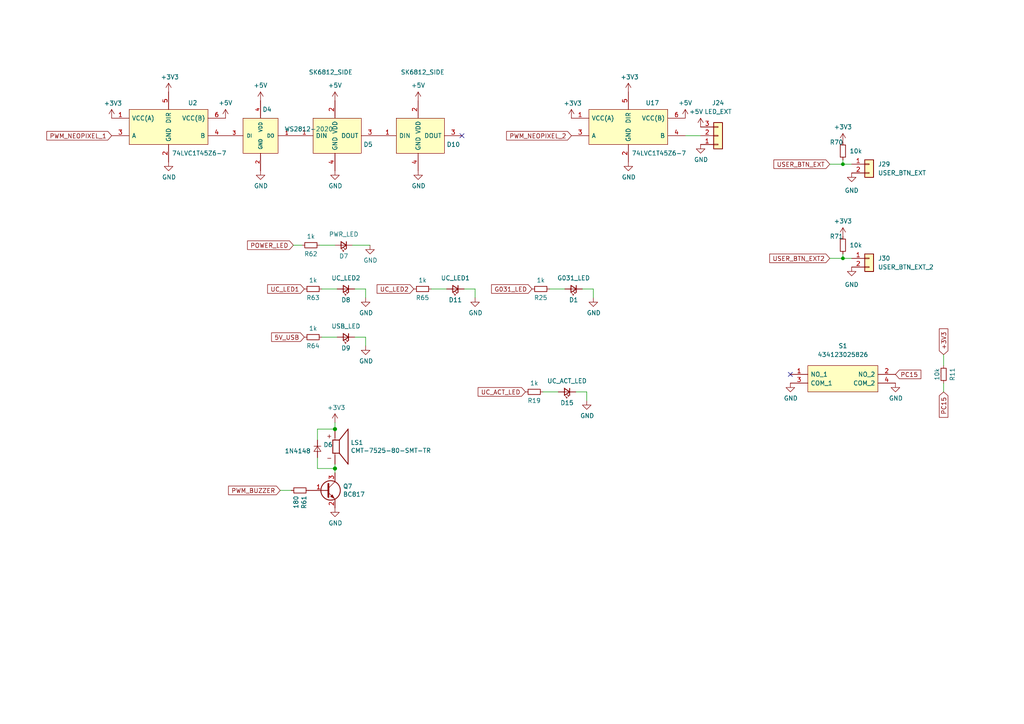
<source format=kicad_sch>
(kicad_sch (version 20211123) (generator eeschema)
  (paper "A4")
  (lib_symbols
    (symbol "CMT-7525-80-SMT-TR:CMT-7525-80-SMT-TR" (pin_numbers hide) (pin_names (offset 1.016) hide)
      (property "Reference" "LS" (at -3.81 8.89 0))
      (property "Value" "CMT-7525-80-SMT-TR" (at -3.81 -10.16 0))
      (symbol "CMT-7525-80-SMT-TR_0_0"
        (polyline (pts (xy -0.635 -1.905) (xy 0 -1.905)) (stroke (width 0.254)))
        (polyline (pts (xy -0.635 1.905) (xy -0.635 -1.905)) (stroke (width 0.254)))
        (polyline (pts (xy -0.635 1.905) (xy 0 1.905)) (stroke (width 0.254)))
        (polyline (pts (xy 0 -2.54) (xy 0 -1.905)) (stroke (width 0.1524)))
        (polyline (pts (xy 0 -1.905) (xy 1.27 -1.905)) (stroke (width 0.254)))
        (polyline (pts (xy 0 1.905) (xy 1.27 1.905)) (stroke (width 0.254)))
        (polyline (pts (xy 0 2.54) (xy 0 1.905)) (stroke (width 0.1524)))
        (polyline (pts (xy 1.27 -1.905) (xy 1.27 1.905)) (stroke (width 0.254)))
        (polyline (pts (xy 1.27 -1.905) (xy 3.81 -5.08)) (stroke (width 0.254)))
        (polyline (pts (xy 1.27 1.905) (xy 3.81 5.08)) (stroke (width 0.254)))
        (polyline (pts (xy 3.81 -5.08) (xy 3.81 5.08)) (stroke (width 0.254)))
        (text "+" (at -2.54 3.81 0) (effects (font (size 1.27 1.27)) (justify left top)))
        (text "-" (at -2.54 -2.54 0) (effects (font (size 1.27 1.27)) (justify left top)))
        (pin passive line (at 0 -5.08 90) (length 2.54) (name "~") (number "N"))
        (pin passive line (at 0 5.08 270) (length 2.54) (name "~") (number "P"))
      )
    )
    (symbol "Connector_Generic:Conn_01x02" (pin_names (offset 1.016) hide)
      (property "Reference" "J" (at 0 2.54 0))
      (property "Value" "Conn_01x02" (at 0 -5.08 0))
      (symbol "Conn_01x02_1_1"
        (rectangle (start -1.27 -2.413) (end 0 -2.667) (stroke (width 0.1524)))
        (rectangle (start -1.27 0.127) (end 0 -0.127) (stroke (width 0.1524)))
        (rectangle (start -1.27 1.27) (end 1.27 -3.81) (stroke (width 0.254)) (fill (type background)))
        (pin passive line (at -5.08 0 0) (length 3.81) (name "Pin_1") (number "1"))
        (pin passive line (at -5.08 -2.54 0) (length 3.81) (name "Pin_2") (number "2"))
      )
    )
    (symbol "Connector_Generic:Conn_01x03" (pin_names (offset 1.016) hide)
      (property "Reference" "J" (at 0 5.08 0))
      (property "Value" "Conn_01x03" (at 0 -5.08 0))
      (symbol "Conn_01x03_1_1"
        (rectangle (start -1.27 -2.413) (end 0 -2.667) (stroke (width 0.1524)))
        (rectangle (start -1.27 0.127) (end 0 -0.127) (stroke (width 0.1524)))
        (rectangle (start -1.27 2.667) (end 0 2.413) (stroke (width 0.1524)))
        (rectangle (start -1.27 3.81) (end 1.27 -3.81) (stroke (width 0.254)) (fill (type background)))
        (pin passive line (at -5.08 2.54 0) (length 3.81) (name "Pin_1") (number "1"))
        (pin passive line (at -5.08 0 0) (length 3.81) (name "Pin_2") (number "2"))
        (pin passive line (at -5.08 -2.54 0) (length 3.81) (name "Pin_3") (number "3"))
      )
    )
    (symbol "Device:D_Small" (pin_numbers hide) (pin_names (offset 0.254) hide)
      (property "Reference" "D" (at -1.27 2.032 0))
      (property "Value" "D_Small" (at -3.81 -2.032 0))
      (symbol "D_Small_0_1"
        (polyline (pts (xy -0.762 -1.016) (xy -0.762 1.016)))
        (polyline (pts (xy -0.762 0) (xy 0.762 0)))
        (polyline (pts (xy 0.762 -1.016) (xy -0.762 0) (xy 0.762 1.016) (xy 0.762 -1.016)))
      )
      (symbol "D_Small_1_1"
        (pin passive line (at -2.54 0 0) (length 1.778) (name "K") (number "1"))
        (pin passive line (at 2.54 0 180) (length 1.778) (name "A") (number "2"))
      )
    )
    (symbol "Device:R_Small" (pin_numbers hide) (pin_names (offset 0.254) hide)
      (property "Reference" "R" (at 0.762 0.508 0))
      (property "Value" "R_Small" (at 0.762 -1.016 0))
      (symbol "R_Small_0_1"
        (rectangle (start -0.762 1.778) (end 0.762 -1.778) (stroke (width 0.2032)))
      )
      (symbol "R_Small_1_1"
        (pin passive line (at 0 2.54 270) (length 0.762) (name "~") (number "1"))
        (pin passive line (at 0 -2.54 90) (length 0.762) (name "~") (number "2"))
      )
    )
    (symbol "LED_Small_1" (pin_numbers hide) (pin_names (offset 0.254) hide)
      (property "Reference" "D" (at -1.27 3.175 0))
      (property "Value" "LED_Small_1" (at -4.445 -2.54 0))
      (symbol "LED_Small_1_0_1"
        (polyline (pts (xy -0.762 -1.016) (xy -0.762 1.016)) (stroke (width 0.254)))
        (polyline (pts (xy 1.016 0) (xy -0.762 0)))
        (polyline (pts (xy 0.762 -1.016) (xy -0.762 0) (xy 0.762 1.016) (xy 0.762 -1.016)) (stroke (width 0.254)))
        (polyline (pts (xy 0 0.762) (xy -0.508 1.27) (xy -0.254 1.27) (xy -0.508 1.27) (xy -0.508 1.016)))
        (polyline (pts (xy 0.508 1.27) (xy 0 1.778) (xy 0.254 1.778) (xy 0 1.778) (xy 0 1.524)))
      )
      (symbol "LED_Small_1_1_1"
        (pin passive line (at -2.54 0 0) (length 1.778) (name "K") (number "1"))
        (pin passive line (at 2.54 0 180) (length 1.778) (name "A") (number "2"))
      )
    )
    (symbol "SamacSys_Parts:74LVC1T45Z6-7" (pin_names (offset 0.762))
      (property "Reference" "IC2" (at 16.51 6.985 0))
      (property "Value" "74LVC1T45Z6-7" (at 16.51 4.445 0))
      (symbol "74LVC1T45Z6-7_0_0"
        (pin passive line (at 0 0 0) (length 5.08) (name "VCC(A)") (number "1"))
        (pin passive line (at 16.51 -12.7 90) (length 5.08) (name "GND") (number "2"))
        (pin passive line (at 0 -5.08 0) (length 5.08) (name "A") (number "3"))
        (pin passive line (at 33.02 -5.08 180) (length 5.08) (name "B") (number "4"))
        (pin passive line (at 16.51 7.62 270) (length 5.08) (name "DIR") (number "5"))
        (pin passive line (at 33.02 0 180) (length 5.08) (name "VCC(B)") (number "6"))
      )
      (symbol "74LVC1T45Z6-7_0_1"
        (polyline (pts (xy 5.08 2.54) (xy 27.94 2.54) (xy 27.94 -7.62) (xy 5.08 -7.62) (xy 5.08 2.54)) (stroke (width 0.1524)) (fill (type background)))
      )
    )
    (symbol "Transistor_BJT:BC817" (pin_names (offset 0) hide)
      (property "Reference" "Q" (at 5.08 1.905 0))
      (property "Value" "BC817" (at 5.08 0 0))
      (symbol "BC817_0_1"
        (polyline (pts (xy 0.635 0.635) (xy 2.54 2.54)))
        (polyline (pts (xy 0.635 -0.635) (xy 2.54 -2.54) (xy 2.54 -2.54)))
        (polyline (pts (xy 0.635 1.905) (xy 0.635 -1.905) (xy 0.635 -1.905)) (stroke (width 0.508)))
        (polyline (pts (xy 1.27 -1.778) (xy 1.778 -1.27) (xy 2.286 -2.286) (xy 1.27 -1.778) (xy 1.27 -1.778)) (fill (type outline)))
        (circle (center 1.27 0) (radius 2.8194) (stroke (width 0.254)))
      )
      (symbol "BC817_1_1"
        (pin input line (at -5.08 0 0) (length 5.715) (name "B") (number "1"))
        (pin passive line (at 2.54 -5.08 90) (length 2.54) (name "E") (number "2"))
        (pin passive line (at 2.54 5.08 270) (length 2.54) (name "C") (number "3"))
      )
    )
    (symbol "WS2812-2020:WS2812-2020" (pin_names (offset 1.016))
      (property "Reference" "U8" (at 0 11.43 0))
      (property "Value" "WS2812-2020" (at 0 8.89 0))
      (symbol "WS2812-2020_0_0"
        (pin output line (at 5.08 0 180) (length 5.08) (name "DO") (number "1"))
        (pin power_in line (at -5.08 -10.16 90) (length 5.08) (name "GND") (number "2"))
        (pin input line (at -15.24 0 0) (length 5.08) (name "DI") (number "3"))
        (pin power_in line (at -5.08 10.16 270) (length 5.08) (name "VDD") (number "4"))
      )
      (symbol "WS2812-2020_0_1"
        (rectangle (start -10.16 5.08) (end 0 -5.08) (stroke (width 0.1524)) (fill (type background)))
      )
    )
    (symbol "downloaded_parts:434123025826" (pin_names (offset 0.762))
      (property "Reference" "S1" (at 15.24 7.62 0))
      (property "Value" "434123025826" (at 15.24 5.08 0))
      (symbol "434123025826_0_0"
        (pin passive line (at 0 0 0) (length 5.08) (name "NO_1") (number "1"))
        (pin passive line (at 30.48 0 180) (length 5.08) (name "NO_2") (number "2"))
        (pin passive line (at 0 -2.54 0) (length 5.08) (name "COM_1") (number "3"))
        (pin passive line (at 30.48 -2.54 180) (length 5.08) (name "COM_2") (number "4"))
      )
      (symbol "434123025826_0_1"
        (polyline (pts (xy 5.08 2.54) (xy 25.4 2.54) (xy 25.4 -5.08) (xy 5.08 -5.08) (xy 5.08 2.54)) (stroke (width 0.1524)) (fill (type background)))
      )
    )
    (symbol "downloaded_parts:SK6812_SIDE" (pin_names (offset 0.762))
      (property "Reference" "IC8" (at 19.685 -2.5399 0))
      (property "Value" "SK6812_SIDE" (at 19.685 -5.0799 0))
      (symbol "SK6812_SIDE_0_0"
        (pin passive line (at 0 0 0) (length 5.08) (name "DIN") (number "1"))
        (pin passive line (at 11.43 10.16 270) (length 5.08) (name "VDD") (number "2"))
        (pin passive line (at 24.13 0 180) (length 5.08) (name "DOUT") (number "3"))
        (pin passive line (at 11.43 -10.16 90) (length 5.08) (name "GND") (number "4"))
      )
      (symbol "SK6812_SIDE_0_1"
        (polyline (pts (xy 5.08 5.08) (xy 19.05 5.08) (xy 19.05 -5.08) (xy 5.08 -5.08) (xy 5.08 5.08)) (stroke (width 0.1524)) (fill (type background)))
      )
    )
    (symbol "power:+3.3V" (power) (pin_names (offset 0))
      (property "Value" "+3.3V" (at 0 3.556 0))
      (symbol "+3.3V_0_1"
        (polyline (pts (xy -0.762 1.27) (xy 0 2.54)))
        (polyline (pts (xy 0 0) (xy 0 2.54)))
        (polyline (pts (xy 0 2.54) (xy 0.762 1.27)))
      )
      (symbol "+3.3V_1_1"
        (pin power_in line (at 0 0 90) (length 0) hide (name "+3V3") (number "1"))
      )
    )
    (symbol "power:+3V3" (power) (pin_names (offset 0))
      (property "Value" "+3V3" (at 0 3.556 0))
      (symbol "+3V3_0_1"
        (polyline (pts (xy -0.762 1.27) (xy 0 2.54)))
        (polyline (pts (xy 0 0) (xy 0 2.54)))
        (polyline (pts (xy 0 2.54) (xy 0.762 1.27)))
      )
      (symbol "+3V3_1_1"
        (pin power_in line (at 0 0 90) (length 0) hide (name "+3V3") (number "1"))
      )
    )
    (symbol "power:+5V" (power) (pin_names (offset 0))
      (property "Value" "+5V" (at 0 3.556 0))
      (symbol "+5V_0_1"
        (polyline (pts (xy -0.762 1.27) (xy 0 2.54)))
        (polyline (pts (xy 0 0) (xy 0 2.54)))
        (polyline (pts (xy 0 2.54) (xy 0.762 1.27)))
      )
      (symbol "+5V_1_1"
        (pin power_in line (at 0 0 90) (length 0) hide (name "+5V") (number "1"))
      )
    )
    (symbol "power:GND" (power) (pin_names (offset 0))
      (property "Value" "GND" (at 0 -3.81 0))
      (symbol "GND_0_1"
        (polyline (pts (xy 0 0) (xy 0 -1.27) (xy 1.27 -1.27) (xy 0 -2.54) (xy -1.27 -1.27) (xy 0 -1.27)))
      )
      (symbol "GND_1_1"
        (pin power_in line (at 0 0 270) (length 0) hide (name "GND") (number "1"))
      )
    )
  )
  (junction (at 244.475 74.93))
  (junction (at 97.155 135.89) (diameter 1.016))
  (junction (at 244.475 47.625))
  (junction (at 97.155 124.46) (diameter 1.016))
  (no_connect (at 229.235 108.585))
  (no_connect (at 133.985 39.37))
  (wire (pts (xy 273.685 113.665) (xy 273.685 111.125)))
  (wire (pts (xy 106.045 100.33) (xy 106.045 97.79)))
  (wire (pts (xy 85.09 71.12) (xy 87.63 71.12)))
  (wire (pts (xy 97.155 135.89) (xy 97.155 137.16)))
  (wire (pts (xy 97.155 122.555) (xy 97.155 124.46)))
  (wire (pts (xy 198.755 39.37) (xy 203.2 39.37)))
  (wire (pts (xy 137.795 83.82) (xy 134.62 83.82)))
  (wire (pts (xy 97.155 134.62) (xy 97.155 135.89)))
  (wire (pts (xy 92.075 132.715) (xy 92.075 135.89)))
  (wire (pts (xy 244.475 74.93) (xy 247.015 74.93)))
  (wire (pts (xy 273.685 102.87) (xy 273.685 106.045)))
  (wire (pts (xy 240.665 74.93) (xy 244.475 74.93)))
  (wire (pts (xy 172.085 86.36) (xy 172.085 83.82)))
  (wire (pts (xy 137.795 86.36) (xy 137.795 83.82)))
  (wire (pts (xy 106.045 83.82) (xy 102.87 83.82)))
  (wire (pts (xy 159.385 83.82) (xy 163.83 83.82)))
  (wire (pts (xy 172.085 83.82) (xy 168.91 83.82)))
  (wire (pts (xy 93.345 97.79) (xy 97.79 97.79)))
  (wire (pts (xy 157.48 113.665) (xy 161.925 113.665)))
  (wire (pts (xy 244.475 47.625) (xy 247.015 47.625)))
  (wire (pts (xy 170.18 116.205) (xy 170.18 113.665)))
  (wire (pts (xy 170.18 113.665) (xy 167.005 113.665)))
  (wire (pts (xy 106.045 97.79) (xy 102.87 97.79)))
  (wire (pts (xy 97.155 135.89) (xy 92.075 135.89)))
  (wire (pts (xy 92.075 127.635) (xy 92.075 124.46)))
  (wire (pts (xy 244.475 46.355) (xy 244.475 47.625)))
  (wire (pts (xy 102.235 71.12) (xy 107.315 71.12)))
  (wire (pts (xy 244.475 73.66) (xy 244.475 74.93)))
  (wire (pts (xy 240.665 47.625) (xy 244.475 47.625)))
  (wire (pts (xy 106.045 86.36) (xy 106.045 83.82)))
  (wire (pts (xy 92.71 71.12) (xy 97.155 71.12)))
  (wire (pts (xy 92.075 124.46) (xy 97.155 124.46)))
  (wire (pts (xy 81.28 142.24) (xy 84.455 142.24)))
  (wire (pts (xy 93.345 83.82) (xy 97.79 83.82)))
  (wire (pts (xy 125.095 83.82) (xy 129.54 83.82)))
  (global_label "PWM_NEOPIXEL_2" (shape input) (at 165.735 39.37 180) (property "Intersheet References" "${INTERSHEET_REFS}" (effects hide)))
  (global_label "USER_BTN_EXT" (shape input) (at 240.665 47.625 180) (property "Intersheet References" "${INTERSHEET_REFS}" (effects hide)))
  (global_label "PC15" (shape input) (at 273.685 113.665 270) (property "Intersheet References" "${INTERSHEET_REFS}" (effects hide)))
  (global_label "PC15" (shape input) (at 259.715 108.585 0) (property "Intersheet References" "${INTERSHEET_REFS}" (effects hide)))
  (global_label "POWER_LED" (shape input) (at 85.09 71.12 180) (property "Intersheet References" "${INTERSHEET_REFS}" (effects hide)))
  (global_label "UC_LED1" (shape input) (at 88.265 83.82 180) (property "Intersheet References" "${INTERSHEET_REFS}" (effects hide)))
  (global_label "G031_LED" (shape input) (at 154.305 83.82 180) (property "Intersheet References" "${INTERSHEET_REFS}" (effects hide)))
  (global_label "PWM_BUZZER" (shape input) (at 81.28 142.24 180) (property "Intersheet References" "${INTERSHEET_REFS}" (effects hide)))
  (global_label "UC_ACT_LED" (shape input) (at 152.4 113.665 180) (property "Intersheet References" "${INTERSHEET_REFS}" (effects hide)))
  (global_label "5V_USB" (shape input) (at 88.265 97.79 180) (property "Intersheet References" "${INTERSHEET_REFS}" (effects hide)))
  (global_label "USER_BTN_EXT2" (shape input) (at 240.665 74.93 180) (property "Intersheet References" "${INTERSHEET_REFS}" (effects hide)))
  (global_label "+3V3" (shape input) (at 273.685 102.87 90) (property "Intersheet References" "${INTERSHEET_REFS}" (effects hide)))
  (global_label "UC_LED2" (shape input) (at 120.015 83.82 180) (property "Intersheet References" "${INTERSHEET_REFS}" (effects hide)))
  (global_label "PWM_NEOPIXEL_1" (shape input) (at 32.385 39.37 180) (property "Intersheet References" "${INTERSHEET_REFS}" (effects hide)))
  (symbol (lib_name "LED_Small_1") (lib_id "Device:LED_Small") (at 164.465 113.665 180) (unit 1)
    (property "Reference" "D15" (at 164.465 116.84 0))
    (property "Value" "UC_ACT_LED" (at 164.465 110.49 0))
    (property "Footprint" "LED_SMD:LED_0603_1608Metric" (effects hide))
  )
  (symbol (lib_id "power:+5V") (at 97.155 29.21 0) (unit 1)
    (property "Reference" "#PWR0128" (effects hide))
    (property "Value" "+5V" (at 97.155 24.765 0))
  )
  (symbol (lib_id "Connector_Generic:Conn_01x02") (at 252.095 74.93 0) (unit 1)
    (property "Reference" "J30" (at 254.635 74.9299 0) (effects (justify left)))
    (property "Value" "USER_BTN_EXT_2" (at 254.635 77.47 0) (effects (justify left)))
    (property "Footprint" "Connector_JST:JST_GH_BM02B-GHS-TBT_1x02-1MP_P1.25mm_Vertical" (effects hide))
  )
  (symbol (lib_id "Device:R_Small") (at 244.475 43.815 0) (unit 1)
    (property "Reference" "R70" (at 240.665 41.275 0) (effects (justify left)))
    (property "Value" "10k" (at 246.38 43.815 0) (effects (justify left)))
    (property "Footprint" "Resistor_SMD:R_0603_1608Metric" (effects hide))
  )
  (symbol (lib_id "power:GND") (at 229.235 111.125 0) (unit 1)
    (property "Reference" "#PWR017" (effects hide))
    (property "Value" "GND" (at 229.362 115.5192 0))
  )
  (symbol (lib_id "power:+3V3") (at 165.735 34.29 0) (unit 1)
    (property "Reference" "#PWR0150" (effects hide))
    (property "Value" "+3V3" (at 166.1033 29.9656 0))
  )
  (symbol (lib_id "Device:R_Small") (at 154.94 113.665 90) (unit 1)
    (property "Reference" "R19" (at 154.94 116.205 90))
    (property "Value" "1k" (at 154.94 111.125 90))
    (property "Footprint" "Resistor_SMD:R_0603_1608Metric" (effects hide))
  )
  (symbol (lib_id "power:+3V3") (at 97.155 122.555 0) (unit 1)
    (property "Reference" "#PWR0130" (effects hide))
    (property "Value" "+3V3" (at 97.5233 118.2306 0))
  )
  (symbol (lib_id "power:GND") (at 106.045 100.33 0) (unit 1)
    (property "Reference" "#PWR0134" (effects hide))
    (property "Value" "GND" (at 106.172 104.7242 0))
  )
  (symbol (lib_id "Device:R_Small") (at 90.805 83.82 90) (unit 1)
    (property "Reference" "R63" (at 90.805 86.36 90))
    (property "Value" "1k" (at 90.805 81.28 90))
    (property "Footprint" "Resistor_SMD:R_0603_1608Metric" (effects hide))
  )
  (symbol (lib_id "power:+3V3") (at 32.385 34.29 0) (unit 1)
    (property "Reference" "#PWR0116" (effects hide))
    (property "Value" "+3V3" (at 32.7533 29.9656 0))
  )
  (symbol (lib_id "power:GND") (at 182.245 46.99 0) (unit 1)
    (property "Reference" "#PWR0216" (effects hide))
    (property "Value" "GND" (at 182.372 51.3842 0))
  )
  (symbol (lib_id "SamacSys_Parts:74LVC1T45Z6-7") (at 32.385 34.29 0) (unit 1)
    (property "Reference" "U2" (at 55.88 29.845 0))
    (property "Value" "74LVC1T45Z6-7" (at 57.785 44.45 0))
    (property "Footprint" "Package_TO_SOT_SMD:SOT-563" (effects hide))
    (property "Datasheet" "https://www.diodes.com/assets/Datasheets/74LVC1T45.pdf" (effects hide))
    (property "Description" "Translation - Voltage Levels Sgl Bit 1 Gate 5.5V 24mA 16uA 3 State" (effects hide))
    (property "Height" "0.6" (effects hide))
    (property "Mouser Part Number" "621-74LVC1T45Z6-7" (effects hide))
    (property "Mouser Price/Stock" "https://www.mouser.co.uk/ProductDetail/Diodes-Incorporated/74LVC1T45Z6-7?qs=Oxncjon6mbri043VV7aCkA%3D%3D" (effects hide))
    (property "Manufacturer_Name" "Diodes Inc." (effects hide))
    (property "Manufacturer_Part_Number" "74LVC1T45Z6-7" (effects hide))
  )
  (symbol (lib_id "power:+5V") (at 198.755 34.29 0) (unit 1)
    (property "Reference" "#PWR0140" (effects hide))
    (property "Value" "+5V" (at 198.755 29.845 0))
  )
  (symbol (lib_name "LED_Small_1") (lib_id "Device:LED_Small") (at 100.33 83.82 180) (unit 1)
    (property "Reference" "D8" (at 100.33 86.995 0))
    (property "Value" "UC_LED2" (at 100.33 80.645 0))
    (property "Footprint" "LED_SMD:LED_0603_1608Metric" (effects hide))
  )
  (symbol (lib_id "power:GND") (at 170.18 116.205 0) (unit 1)
    (property "Reference" "#PWR0227" (effects hide))
    (property "Value" "GND" (at 170.307 120.5992 0))
  )
  (symbol (lib_id "power:+3V3") (at 48.895 26.67 0) (unit 1)
    (property "Reference" "#PWR0104" (effects hide))
    (property "Value" "+3V3" (at 49.2633 22.3456 0))
  )
  (symbol (lib_id "Device:R_Small") (at 156.845 83.82 90) (unit 1)
    (property "Reference" "R25" (at 156.845 86.36 90))
    (property "Value" "1k" (at 156.845 81.28 90))
    (property "Footprint" "Resistor_SMD:R_0603_1608Metric" (effects hide))
  )
  (symbol (lib_id "power:GND") (at 172.085 86.36 0) (unit 1)
    (property "Reference" "#PWR0226" (effects hide))
    (property "Value" "GND" (at 172.212 90.7542 0))
  )
  (symbol (lib_id "downloaded_parts:SK6812_SIDE") (at 109.855 39.37 0) (unit 1)
    (property "Reference" "D10" (at 129.54 41.9099 0) (effects (justify left)))
    (property "Value" "SK6812_SIDE" (at 116.205 20.955 0) (effects (justify left)))
    (property "Footprint" "downloaded_parts:SK6812SIDE" (effects hide))
    (property "Datasheet" "https://drive.google.com/file/d/1ogB9Ikb2NH7tOdPVDoBaHqeA7tHurhhe/view?usp=sharing" (effects hide))
    (property "Description" "SK6812 SIDE/SK6805 SIDE is a smart LED control circuit" (effects hide))
    (property "Height" "2.05" (effects hide))
    (property "Manufacturer_Name" "Shenzhen Normand Electronic" (effects hide))
    (property "Manufacturer_Part_Number" "SK6812 SIDE" (effects hide))
  )
  (symbol (lib_id "Device:R_Small") (at 273.685 108.585 0) (unit 1)
    (property "Reference" "R11" (at 276.225 108.585 90))
    (property "Value" "10k" (at 271.78 108.585 90))
    (property "Footprint" "Resistor_SMD:R_0603_1608Metric" (effects hide))
  )
  (symbol (lib_id "Transistor_BJT:BC817") (at 94.615 142.24 0) (unit 1)
    (property "Reference" "Q7" (at 99.4664 141.0716 0) (effects (justify left)))
    (property "Value" "BC817" (at 99.4664 143.383 0) (effects (justify left)))
    (property "Footprint" "Package_TO_SOT_SMD:SOT-323_SC-70" (effects hide))
    (property "Datasheet" "http://www.fairchildsemi.com/ds/BC/BC817.pdf" (effects hide))
  )
  (symbol (lib_id "power:+3.3V") (at 244.475 41.275 0) (unit 1)
    (property "Reference" "#PWR0169" (effects hide))
    (property "Value" "+3.3V" (at 244.475 36.83 0))
  )
  (symbol (lib_id "power:+3.3V") (at 244.475 68.58 0) (unit 1)
    (property "Reference" "#PWR0170" (effects hide))
    (property "Value" "+3.3V" (at 244.475 64.135 0))
  )
  (symbol (lib_id "SamacSys_Parts:74LVC1T45Z6-7") (at 165.735 34.29 0) (unit 1)
    (property "Reference" "U17" (at 189.23 29.845 0))
    (property "Value" "74LVC1T45Z6-7" (at 191.135 44.45 0))
    (property "Footprint" "Package_TO_SOT_SMD:SOT-563" (effects hide))
    (property "Datasheet" "https://www.diodes.com/assets/Datasheets/74LVC1T45.pdf" (effects hide))
    (property "Description" "Translation - Voltage Levels Sgl Bit 1 Gate 5.5V 24mA 16uA 3 State" (effects hide))
    (property "Height" "0.6" (effects hide))
    (property "Mouser Part Number" "621-74LVC1T45Z6-7" (effects hide))
    (property "Mouser Price/Stock" "https://www.mouser.co.uk/ProductDetail/Diodes-Incorporated/74LVC1T45Z6-7?qs=Oxncjon6mbri043VV7aCkA%3D%3D" (effects hide))
    (property "Manufacturer_Name" "Diodes Inc." (effects hide))
    (property "Manufacturer_Part_Number" "74LVC1T45Z6-7" (effects hide))
  )
  (symbol (lib_id "WS2812-2020:WS2812-2020") (at 80.645 39.37 0) (unit 1)
    (property "Reference" "D4" (at 77.47 31.75 0))
    (property "Value" "WS2812-2020" (at 89.535 37.4396 0))
    (property "Footprint" "neopixel:ws2812_2020" (effects hide))
    (property "MANUFACTURER" "Worldsemi" (effects hide))
    (property "STANDARD" "Manufacturer Recommendations" (effects hide))
  )
  (symbol (lib_id "CMT-7525-80-SMT-TR:CMT-7525-80-SMT-TR") (at 97.155 129.54 0) (unit 1)
    (property "Reference" "LS1" (at 101.7016 128.3716 0) (effects (justify left)))
    (property "Value" "CMT-7525-80-SMT-TR" (at 101.7016 130.683 0) (effects (justify left)))
    (property "Footprint" "downloaded_parts:XDCR_CMT-7525-80-SMT-TR" (effects hide))
    (property "Field4" "Manufacturer Recommendations" (effects hide))
    (property "Field5" "N/A" (effects hide))
    (property "Field6" "CUI Inc." (effects hide))
  )
  (symbol (lib_id "power:GND") (at 97.155 49.53 0) (unit 1)
    (property "Reference" "#PWR0129" (effects hide))
    (property "Value" "GND" (at 97.282 53.9242 0))
  )
  (symbol (lib_id "power:GND") (at 247.015 77.47 0) (unit 1)
    (property "Reference" "#PWR0172" (effects hide))
    (property "Value" "GND" (at 247.015 82.55 0))
  )
  (symbol (lib_id "Connector_Generic:Conn_01x02") (at 252.095 47.625 0) (unit 1)
    (property "Reference" "J29" (at 254.635 47.6249 0) (effects (justify left)))
    (property "Value" "USER_BTN_EXT" (at 254.635 50.165 0) (effects (justify left)))
    (property "Footprint" "Connector_JST:JST_GH_BM02B-GHS-TBT_1x02-1MP_P1.25mm_Vertical" (effects hide))
  )
  (symbol (lib_id "power:+5V") (at 65.405 34.29 0) (unit 1)
    (property "Reference" "#PWR0111" (effects hide))
    (property "Value" "+5V" (at 65.405 29.845 0))
  )
  (symbol (lib_id "power:GND") (at 247.015 50.165 0) (unit 1)
    (property "Reference" "#PWR0171" (effects hide))
    (property "Value" "GND" (at 247.015 55.245 0))
  )
  (symbol (lib_id "power:GND") (at 75.565 49.53 0) (unit 1)
    (property "Reference" "#PWR0121" (effects hide))
    (property "Value" "GND" (at 75.692 53.9242 0))
  )
  (symbol (lib_id "power:GND") (at 107.315 71.12 0) (unit 1)
    (property "Reference" "#PWR0135" (effects hide))
    (property "Value" "GND" (at 107.442 75.5142 0))
  )
  (symbol (lib_id "power:+5V") (at 121.285 29.21 0) (unit 1)
    (property "Reference" "#PWR0217" (effects hide))
    (property "Value" "+5V" (at 121.285 24.765 0))
  )
  (symbol (lib_id "downloaded_parts:SK6812_SIDE") (at 85.725 39.37 0) (unit 1)
    (property "Reference" "D5" (at 105.41 41.9099 0) (effects (justify left)))
    (property "Value" "SK6812_SIDE" (at 89.535 20.955 0) (effects (justify left)))
    (property "Footprint" "downloaded_parts:SK6812SIDE" (effects hide))
    (property "Datasheet" "https://drive.google.com/file/d/1ogB9Ikb2NH7tOdPVDoBaHqeA7tHurhhe/view?usp=sharing" (effects hide))
    (property "Description" "SK6812 SIDE/SK6805 SIDE is a smart LED control circuit" (effects hide))
    (property "Height" "2.05" (effects hide))
    (property "Manufacturer_Name" "Shenzhen Normand Electronic" (effects hide))
    (property "Manufacturer_Part_Number" "SK6812 SIDE" (effects hide))
  )
  (symbol (lib_id "power:+5V") (at 203.2 36.83 0) (unit 1)
    (property "Reference" "#PWR0142" (effects hide))
    (property "Value" "+5V" (at 201.93 32.385 0))
  )
  (symbol (lib_name "LED_Small_1") (lib_id "Device:LED_Small") (at 132.08 83.82 180) (unit 1)
    (property "Reference" "D11" (at 132.08 86.995 0))
    (property "Value" "UC_LED1" (at 132.08 80.645 0))
    (property "Footprint" "LED_SMD:LED_0603_1608Metric" (effects hide))
  )
  (symbol (lib_name "LED_Small_1") (lib_id "Device:LED_Small") (at 99.695 71.12 180) (unit 1)
    (property "Reference" "D7" (at 99.695 74.295 0))
    (property "Value" "PWR_LED" (at 99.695 67.945 0))
    (property "Footprint" "LED_SMD:LED_0603_1608Metric" (effects hide))
  )
  (symbol (lib_id "Device:R_Small") (at 244.475 71.12 0) (unit 1)
    (property "Reference" "R71" (at 240.665 68.58 0) (effects (justify left)))
    (property "Value" "10k" (at 246.38 71.12 0) (effects (justify left)))
    (property "Footprint" "Resistor_SMD:R_0603_1608Metric" (effects hide))
  )
  (symbol (lib_id "downloaded_parts:434123025826") (at 229.235 108.585 0) (unit 1)
    (property "Reference" "S1" (at 244.475 100.33 0))
    (property "Value" "434123025826" (at 244.475 102.87 0))
    (property "Footprint" "downloaded_parts:434123025826" (effects hide))
    (property "Datasheet" "https://www.we-online.com/catalog/datasheet/434123025826.pdf" (effects hide))
    (property "Description" "TACT SWITCH 4.2X3.2MM VERTICAL T" (effects hide))
    (property "Height" "2.7" (effects hide))
    (property "Manufacturer_Name" "Wurth Elektronik" (effects hide))
    (property "Manufacturer_Part_Number" "434123025826" (effects hide))
  )
  (symbol (lib_id "Device:D_Small") (at 92.075 130.175 270) (unit 1)
    (property "Reference" "D6" (at 93.8022 129.0066 90) (effects (justify left)))
    (property "Value" "1N4148" (at 82.55 130.81 90) (effects (justify left)))
    (property "Footprint" "Diode_SMD:D_SOD-323F" (effects hide))
  )
  (symbol (lib_id "Connector_Generic:Conn_01x03") (at 208.28 39.37 0) (mirror x) (unit 1)
    (property "Reference" "J24" (at 208.28 29.845 0))
    (property "Value" "LED_EXT" (at 208.28 32.385 0))
    (property "Footprint" "Connector_JST:JST_GH_BM03B-GHS-TBT_1x03-1MP_P1.25mm_Vertical" (effects hide))
  )
  (symbol (lib_id "power:GND") (at 121.285 49.53 0) (unit 1)
    (property "Reference" "#PWR0224" (effects hide))
    (property "Value" "GND" (at 121.412 53.9242 0))
  )
  (symbol (lib_name "LED_Small_1") (lib_id "Device:LED_Small") (at 166.37 83.82 180) (unit 1)
    (property "Reference" "D1" (at 166.37 86.995 0))
    (property "Value" "G031_LED" (at 166.37 80.645 0))
    (property "Footprint" "LED_SMD:LED_0603_1608Metric" (effects hide))
  )
  (symbol (lib_id "power:+5V") (at 75.565 29.21 0) (unit 1)
    (property "Reference" "#PWR0120" (effects hide))
    (property "Value" "+5V" (at 75.565 24.765 0))
  )
  (symbol (lib_id "power:GND") (at 137.795 86.36 0) (unit 1)
    (property "Reference" "#PWR0144" (effects hide))
    (property "Value" "GND" (at 137.922 90.7542 0))
  )
  (symbol (lib_id "power:GND") (at 203.2 41.91 0) (unit 1)
    (property "Reference" "#PWR0143" (effects hide))
    (property "Value" "GND" (at 203.327 46.3042 0))
  )
  (symbol (lib_id "power:+3V3") (at 182.245 26.67 0) (unit 1)
    (property "Reference" "#PWR0141" (effects hide))
    (property "Value" "+3V3" (at 182.6133 22.3456 0))
  )
  (symbol (lib_id "Device:R_Small") (at 86.995 142.24 270) (unit 1)
    (property "Reference" "R61" (at 88.1634 143.7386 0) (effects (justify left)))
    (property "Value" "180" (at 85.852 143.7386 0) (effects (justify left)))
    (property "Footprint" "Resistor_SMD:R_0603_1608Metric" (effects hide))
  )
  (symbol (lib_id "Device:R_Small") (at 122.555 83.82 90) (unit 1)
    (property "Reference" "R65" (at 122.555 86.36 90))
    (property "Value" "1k" (at 122.555 81.28 90))
    (property "Footprint" "Resistor_SMD:R_0603_1608Metric" (effects hide))
  )
  (symbol (lib_id "power:GND") (at 106.045 86.36 0) (unit 1)
    (property "Reference" "#PWR0133" (effects hide))
    (property "Value" "GND" (at 106.172 90.7542 0))
  )
  (symbol (lib_id "Device:R_Small") (at 90.17 71.12 90) (unit 1)
    (property "Reference" "R62" (at 90.17 73.66 90))
    (property "Value" "1k" (at 90.17 68.58 90))
    (property "Footprint" "Resistor_SMD:R_0603_1608Metric" (effects hide))
  )
  (symbol (lib_id "Device:R_Small") (at 90.805 97.79 90) (unit 1)
    (property "Reference" "R64" (at 90.805 100.33 90))
    (property "Value" "1k" (at 90.805 95.25 90))
    (property "Footprint" "Resistor_SMD:R_0603_1608Metric" (effects hide))
  )
  (symbol (lib_id "power:GND") (at 97.155 147.32 0) (unit 1)
    (property "Reference" "#PWR0131" (effects hide))
    (property "Value" "GND" (at 97.282 151.7142 0))
  )
  (symbol (lib_id "power:GND") (at 48.895 46.99 0) (unit 1)
    (property "Reference" "#PWR0117" (effects hide))
    (property "Value" "GND" (at 49.022 51.3842 0))
  )
  (symbol (lib_id "power:GND") (at 259.715 111.125 0) (unit 1)
    (property "Reference" "#PWR018" (effects hide))
    (property "Value" "GND" (at 259.842 115.5192 0))
  )
  (symbol (lib_name "LED_Small_1") (lib_id "Device:LED_Small") (at 100.33 97.79 180) (unit 1)
    (property "Reference" "D9" (at 100.33 100.965 0))
    (property "Value" "USB_LED" (at 100.33 94.615 0))
    (property "Footprint" "LED_SMD:LED_0603_1608Metric" (effects hide))
  )
)
</source>
